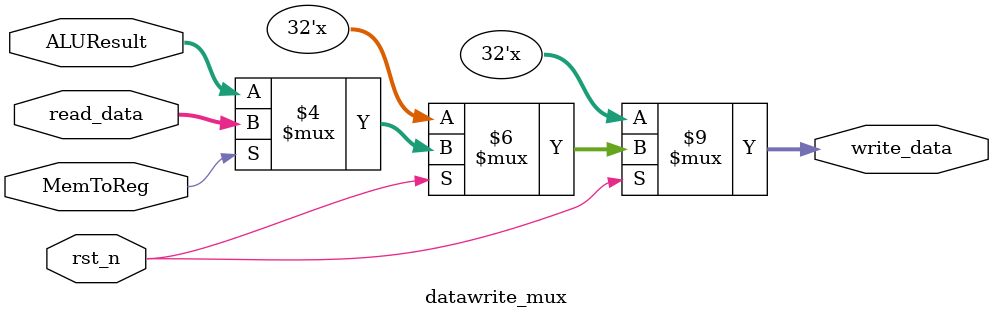
<source format=v>
`timescale 1ns / 1ps

module datawrite_mux(
    input wire rst_n,
    input wire MemToReg,
    input wire [31:0] read_data,
    input wire [31:0] ALUResult,
    output reg [31:0] write_data
);

always @(*) begin
    if(rst_n) begin
        if(MemToReg) begin
            write_data = read_data;
        end
        else begin
            write_data = ALUResult;
        end
    end
end
endmodule

</source>
